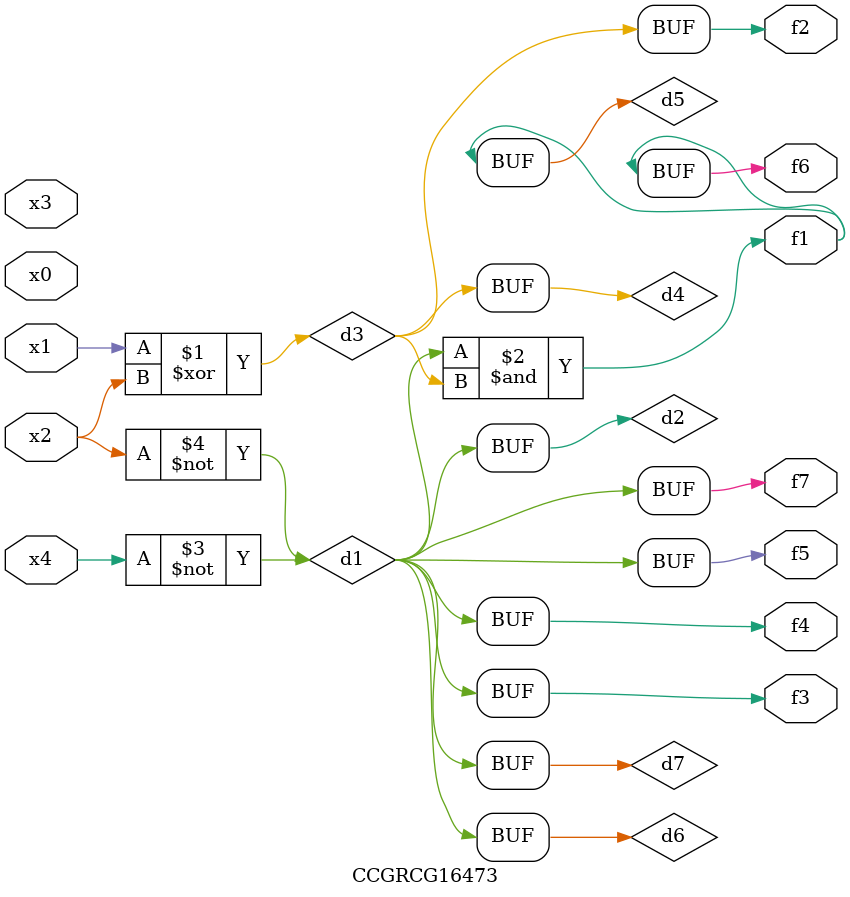
<source format=v>
module CCGRCG16473(
	input x0, x1, x2, x3, x4,
	output f1, f2, f3, f4, f5, f6, f7
);

	wire d1, d2, d3, d4, d5, d6, d7;

	not (d1, x4);
	not (d2, x2);
	xor (d3, x1, x2);
	buf (d4, d3);
	and (d5, d1, d3);
	buf (d6, d1, d2);
	buf (d7, d2);
	assign f1 = d5;
	assign f2 = d4;
	assign f3 = d7;
	assign f4 = d7;
	assign f5 = d7;
	assign f6 = d5;
	assign f7 = d7;
endmodule

</source>
